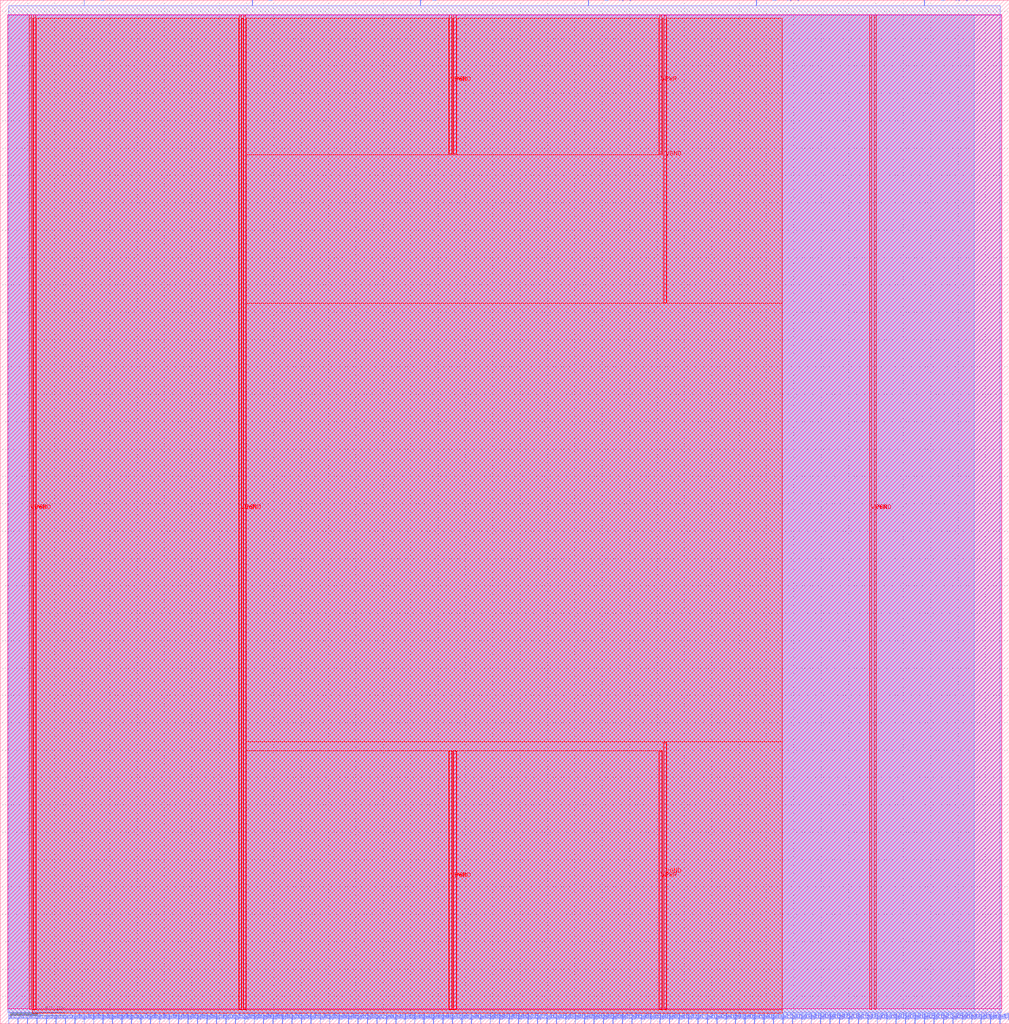
<source format=lef>
VERSION 5.7 ;
  NOWIREEXTENSIONATPIN ON ;
  DIVIDERCHAR "/" ;
  BUSBITCHARS "[]" ;
MACRO user_project
  CLASS BLOCK ;
  FOREIGN user_project ;
  ORIGIN 0.000 0.000 ;
  SIZE 737.445 BY 748.165 ;
  PIN VGND
    DIRECTION INOUT ;
    USE GROUND ;
    PORT
      LAYER met4 ;
        RECT 24.340 10.640 25.940 737.360 ;
    END
    PORT
      LAYER met4 ;
        RECT 177.940 10.640 179.540 737.360 ;
    END
    PORT
      LAYER met4 ;
        RECT 331.540 10.640 333.140 199.300 ;
    END
    PORT
      LAYER met4 ;
        RECT 331.540 635.700 333.140 737.360 ;
    END
    PORT
      LAYER met4 ;
        RECT 485.140 10.640 486.740 205.695 ;
    END
    PORT
      LAYER met4 ;
        RECT 485.140 526.825 486.740 737.360 ;
    END
    PORT
      LAYER met4 ;
        RECT 638.740 10.640 640.340 737.360 ;
    END
  END VGND
  PIN VPWR
    DIRECTION INOUT ;
    USE POWER ;
    PORT
      LAYER met4 ;
        RECT 21.040 10.640 22.640 737.360 ;
    END
    PORT
      LAYER met4 ;
        RECT 174.640 10.640 176.240 737.360 ;
    END
    PORT
      LAYER met4 ;
        RECT 328.240 10.640 329.840 199.300 ;
    END
    PORT
      LAYER met4 ;
        RECT 328.240 635.700 329.840 737.360 ;
    END
    PORT
      LAYER met4 ;
        RECT 481.840 10.640 483.440 199.300 ;
    END
    PORT
      LAYER met4 ;
        RECT 481.840 635.700 483.440 737.360 ;
    END
    PORT
      LAYER met4 ;
        RECT 635.440 10.640 637.040 737.360 ;
    END
  END VPWR
  PIN pwm_out
    DIRECTION OUTPUT ;
    USE SIGNAL ;
    ANTENNADIFFAREA 2.673000 ;
    PORT
      LAYER met2 ;
        RECT 306.910 744.165 307.190 748.165 ;
    END
  END pwm_out
  PIN uart_rx
    DIRECTION INPUT ;
    USE SIGNAL ;
    ANTENNAGATEAREA 0.647700 ;
    ANTENNADIFFAREA 0.434700 ;
    PORT
      LAYER met2 ;
        RECT 61.270 744.165 61.550 748.165 ;
    END
  END uart_rx
  PIN uart_tx
    DIRECTION OUTPUT ;
    USE SIGNAL ;
    ANTENNADIFFAREA 2.673000 ;
    PORT
      LAYER met2 ;
        RECT 184.090 744.165 184.370 748.165 ;
    END
  END uart_tx
  PIN user_irq[0]
    DIRECTION OUTPUT ;
    USE SIGNAL ;
    ANTENNADIFFAREA 2.673000 ;
    PORT
      LAYER met2 ;
        RECT 429.730 744.165 430.010 748.165 ;
    END
  END user_irq[0]
  PIN user_irq[1]
    DIRECTION OUTPUT ;
    USE SIGNAL ;
    ANTENNADIFFAREA 2.673000 ;
    PORT
      LAYER met2 ;
        RECT 552.550 744.165 552.830 748.165 ;
    END
  END user_irq[1]
  PIN user_irq[2]
    DIRECTION OUTPUT ;
    USE SIGNAL ;
    PORT
      LAYER met2 ;
        RECT 675.370 744.165 675.650 748.165 ;
    END
  END user_irq[2]
  PIN wb_clk_i
    DIRECTION INPUT ;
    USE SIGNAL ;
    ANTENNAGATEAREA 2.573400 ;
    ANTENNADIFFAREA 0.869400 ;
    PORT
      LAYER met2 ;
        RECT 6.070 0.000 6.350 4.000 ;
    END
  END wb_clk_i
  PIN wb_rst_i
    DIRECTION INPUT ;
    USE SIGNAL ;
    ANTENNAGATEAREA 0.682200 ;
    ANTENNADIFFAREA 0.434700 ;
    PORT
      LAYER met2 ;
        RECT 12.970 0.000 13.250 4.000 ;
    END
  END wb_rst_i
  PIN wbs_ack_o
    DIRECTION OUTPUT ;
    USE SIGNAL ;
    ANTENNADIFFAREA 2.673000 ;
    PORT
      LAYER met2 ;
        RECT 19.870 0.000 20.150 4.000 ;
    END
  END wbs_ack_o
  PIN wbs_adr_i[0]
    DIRECTION INPUT ;
    USE SIGNAL ;
    ANTENNAGATEAREA 0.560700 ;
    ANTENNADIFFAREA 0.434700 ;
    PORT
      LAYER met2 ;
        RECT 26.770 0.000 27.050 4.000 ;
    END
  END wbs_adr_i[0]
  PIN wbs_adr_i[10]
    DIRECTION INPUT ;
    USE SIGNAL ;
    ANTENNAGATEAREA 0.560700 ;
    ANTENNADIFFAREA 0.434700 ;
    PORT
      LAYER met2 ;
        RECT 95.770 0.000 96.050 4.000 ;
    END
  END wbs_adr_i[10]
  PIN wbs_adr_i[11]
    DIRECTION INPUT ;
    USE SIGNAL ;
    ANTENNAGATEAREA 0.560700 ;
    ANTENNADIFFAREA 0.434700 ;
    PORT
      LAYER met2 ;
        RECT 102.670 0.000 102.950 4.000 ;
    END
  END wbs_adr_i[11]
  PIN wbs_adr_i[12]
    DIRECTION INPUT ;
    USE SIGNAL ;
    ANTENNAGATEAREA 0.560700 ;
    ANTENNADIFFAREA 0.434700 ;
    PORT
      LAYER met2 ;
        RECT 109.570 0.000 109.850 4.000 ;
    END
  END wbs_adr_i[12]
  PIN wbs_adr_i[13]
    DIRECTION INPUT ;
    USE SIGNAL ;
    ANTENNAGATEAREA 0.560700 ;
    ANTENNADIFFAREA 0.434700 ;
    PORT
      LAYER met2 ;
        RECT 116.470 0.000 116.750 4.000 ;
    END
  END wbs_adr_i[13]
  PIN wbs_adr_i[14]
    DIRECTION INPUT ;
    USE SIGNAL ;
    ANTENNAGATEAREA 0.560700 ;
    ANTENNADIFFAREA 0.434700 ;
    PORT
      LAYER met2 ;
        RECT 123.370 0.000 123.650 4.000 ;
    END
  END wbs_adr_i[14]
  PIN wbs_adr_i[15]
    DIRECTION INPUT ;
    USE SIGNAL ;
    ANTENNAGATEAREA 0.560700 ;
    ANTENNADIFFAREA 0.434700 ;
    PORT
      LAYER met2 ;
        RECT 130.270 0.000 130.550 4.000 ;
    END
  END wbs_adr_i[15]
  PIN wbs_adr_i[16]
    DIRECTION INPUT ;
    USE SIGNAL ;
    ANTENNAGATEAREA 0.560700 ;
    ANTENNADIFFAREA 0.434700 ;
    PORT
      LAYER met2 ;
        RECT 137.170 0.000 137.450 4.000 ;
    END
  END wbs_adr_i[16]
  PIN wbs_adr_i[17]
    DIRECTION INPUT ;
    USE SIGNAL ;
    ANTENNAGATEAREA 0.560700 ;
    ANTENNADIFFAREA 0.434700 ;
    PORT
      LAYER met2 ;
        RECT 144.070 0.000 144.350 4.000 ;
    END
  END wbs_adr_i[17]
  PIN wbs_adr_i[18]
    DIRECTION INPUT ;
    USE SIGNAL ;
    ANTENNAGATEAREA 0.560700 ;
    ANTENNADIFFAREA 0.434700 ;
    PORT
      LAYER met2 ;
        RECT 150.970 0.000 151.250 4.000 ;
    END
  END wbs_adr_i[18]
  PIN wbs_adr_i[19]
    DIRECTION INPUT ;
    USE SIGNAL ;
    ANTENNAGATEAREA 0.682200 ;
    ANTENNADIFFAREA 0.434700 ;
    PORT
      LAYER met2 ;
        RECT 157.870 0.000 158.150 4.000 ;
    END
  END wbs_adr_i[19]
  PIN wbs_adr_i[1]
    DIRECTION INPUT ;
    USE SIGNAL ;
    ANTENNAGATEAREA 0.560700 ;
    ANTENNADIFFAREA 0.434700 ;
    PORT
      LAYER met2 ;
        RECT 33.670 0.000 33.950 4.000 ;
    END
  END wbs_adr_i[1]
  PIN wbs_adr_i[20]
    DIRECTION INPUT ;
    USE SIGNAL ;
    ANTENNAGATEAREA 0.647700 ;
    ANTENNADIFFAREA 0.434700 ;
    PORT
      LAYER met2 ;
        RECT 164.770 0.000 165.050 4.000 ;
    END
  END wbs_adr_i[20]
  PIN wbs_adr_i[21]
    DIRECTION INPUT ;
    USE SIGNAL ;
    ANTENNAGATEAREA 0.647700 ;
    ANTENNADIFFAREA 0.434700 ;
    PORT
      LAYER met2 ;
        RECT 171.670 0.000 171.950 4.000 ;
    END
  END wbs_adr_i[21]
  PIN wbs_adr_i[22]
    DIRECTION INPUT ;
    USE SIGNAL ;
    ANTENNAGATEAREA 0.647700 ;
    ANTENNADIFFAREA 0.434700 ;
    PORT
      LAYER met2 ;
        RECT 178.570 0.000 178.850 4.000 ;
    END
  END wbs_adr_i[22]
  PIN wbs_adr_i[23]
    DIRECTION INPUT ;
    USE SIGNAL ;
    ANTENNAGATEAREA 0.647700 ;
    ANTENNADIFFAREA 0.434700 ;
    PORT
      LAYER met2 ;
        RECT 185.470 0.000 185.750 4.000 ;
    END
  END wbs_adr_i[23]
  PIN wbs_adr_i[24]
    DIRECTION INPUT ;
    USE SIGNAL ;
    ANTENNAGATEAREA 0.647700 ;
    ANTENNADIFFAREA 0.434700 ;
    PORT
      LAYER met2 ;
        RECT 192.370 0.000 192.650 4.000 ;
    END
  END wbs_adr_i[24]
  PIN wbs_adr_i[25]
    DIRECTION INPUT ;
    USE SIGNAL ;
    ANTENNAGATEAREA 0.647700 ;
    ANTENNADIFFAREA 0.434700 ;
    PORT
      LAYER met2 ;
        RECT 199.270 0.000 199.550 4.000 ;
    END
  END wbs_adr_i[25]
  PIN wbs_adr_i[26]
    DIRECTION INPUT ;
    USE SIGNAL ;
    ANTENNAGATEAREA 0.647700 ;
    ANTENNADIFFAREA 0.434700 ;
    PORT
      LAYER met2 ;
        RECT 206.170 0.000 206.450 4.000 ;
    END
  END wbs_adr_i[26]
  PIN wbs_adr_i[27]
    DIRECTION INPUT ;
    USE SIGNAL ;
    ANTENNAGATEAREA 0.647700 ;
    ANTENNADIFFAREA 0.434700 ;
    PORT
      LAYER met2 ;
        RECT 213.070 0.000 213.350 4.000 ;
    END
  END wbs_adr_i[27]
  PIN wbs_adr_i[28]
    DIRECTION INPUT ;
    USE SIGNAL ;
    ANTENNAGATEAREA 0.647700 ;
    ANTENNADIFFAREA 0.434700 ;
    PORT
      LAYER met2 ;
        RECT 219.970 0.000 220.250 4.000 ;
    END
  END wbs_adr_i[28]
  PIN wbs_adr_i[29]
    DIRECTION INPUT ;
    USE SIGNAL ;
    ANTENNAGATEAREA 0.647700 ;
    ANTENNADIFFAREA 0.434700 ;
    PORT
      LAYER met2 ;
        RECT 226.870 0.000 227.150 4.000 ;
    END
  END wbs_adr_i[29]
  PIN wbs_adr_i[2]
    DIRECTION INPUT ;
    USE SIGNAL ;
    ANTENNAGATEAREA 0.560700 ;
    ANTENNADIFFAREA 0.434700 ;
    PORT
      LAYER met2 ;
        RECT 40.570 0.000 40.850 4.000 ;
    END
  END wbs_adr_i[2]
  PIN wbs_adr_i[30]
    DIRECTION INPUT ;
    USE SIGNAL ;
    ANTENNAGATEAREA 0.647700 ;
    ANTENNADIFFAREA 0.434700 ;
    PORT
      LAYER met2 ;
        RECT 233.770 0.000 234.050 4.000 ;
    END
  END wbs_adr_i[30]
  PIN wbs_adr_i[31]
    DIRECTION INPUT ;
    USE SIGNAL ;
    ANTENNAGATEAREA 0.647700 ;
    ANTENNADIFFAREA 0.434700 ;
    PORT
      LAYER met2 ;
        RECT 240.670 0.000 240.950 4.000 ;
    END
  END wbs_adr_i[31]
  PIN wbs_adr_i[3]
    DIRECTION INPUT ;
    USE SIGNAL ;
    ANTENNAGATEAREA 0.560700 ;
    ANTENNADIFFAREA 0.434700 ;
    PORT
      LAYER met2 ;
        RECT 47.470 0.000 47.750 4.000 ;
    END
  END wbs_adr_i[3]
  PIN wbs_adr_i[4]
    DIRECTION INPUT ;
    USE SIGNAL ;
    ANTENNAGATEAREA 0.560700 ;
    ANTENNADIFFAREA 0.434700 ;
    PORT
      LAYER met2 ;
        RECT 54.370 0.000 54.650 4.000 ;
    END
  END wbs_adr_i[4]
  PIN wbs_adr_i[5]
    DIRECTION INPUT ;
    USE SIGNAL ;
    ANTENNAGATEAREA 0.560700 ;
    ANTENNADIFFAREA 0.434700 ;
    PORT
      LAYER met2 ;
        RECT 61.270 0.000 61.550 4.000 ;
    END
  END wbs_adr_i[5]
  PIN wbs_adr_i[6]
    DIRECTION INPUT ;
    USE SIGNAL ;
    ANTENNAGATEAREA 0.560700 ;
    ANTENNADIFFAREA 0.434700 ;
    PORT
      LAYER met2 ;
        RECT 68.170 0.000 68.450 4.000 ;
    END
  END wbs_adr_i[6]
  PIN wbs_adr_i[7]
    DIRECTION INPUT ;
    USE SIGNAL ;
    ANTENNAGATEAREA 0.560700 ;
    ANTENNADIFFAREA 0.434700 ;
    PORT
      LAYER met2 ;
        RECT 75.070 0.000 75.350 4.000 ;
    END
  END wbs_adr_i[7]
  PIN wbs_adr_i[8]
    DIRECTION INPUT ;
    USE SIGNAL ;
    ANTENNAGATEAREA 0.560700 ;
    ANTENNADIFFAREA 0.434700 ;
    PORT
      LAYER met2 ;
        RECT 81.970 0.000 82.250 4.000 ;
    END
  END wbs_adr_i[8]
  PIN wbs_adr_i[9]
    DIRECTION INPUT ;
    USE SIGNAL ;
    ANTENNAGATEAREA 0.560700 ;
    ANTENNADIFFAREA 0.434700 ;
    PORT
      LAYER met2 ;
        RECT 88.870 0.000 89.150 4.000 ;
    END
  END wbs_adr_i[9]
  PIN wbs_cyc_i
    DIRECTION INPUT ;
    USE SIGNAL ;
    ANTENNAGATEAREA 0.560700 ;
    ANTENNADIFFAREA 0.434700 ;
    PORT
      LAYER met2 ;
        RECT 247.570 0.000 247.850 4.000 ;
    END
  END wbs_cyc_i
  PIN wbs_dat_i[0]
    DIRECTION INPUT ;
    USE SIGNAL ;
    ANTENNAGATEAREA 0.560700 ;
    ANTENNADIFFAREA 0.434700 ;
    PORT
      LAYER met2 ;
        RECT 254.470 0.000 254.750 4.000 ;
    END
  END wbs_dat_i[0]
  PIN wbs_dat_i[10]
    DIRECTION INPUT ;
    USE SIGNAL ;
    ANTENNAGATEAREA 0.560700 ;
    ANTENNADIFFAREA 0.434700 ;
    PORT
      LAYER met2 ;
        RECT 323.470 0.000 323.750 4.000 ;
    END
  END wbs_dat_i[10]
  PIN wbs_dat_i[11]
    DIRECTION INPUT ;
    USE SIGNAL ;
    ANTENNAGATEAREA 0.560700 ;
    ANTENNADIFFAREA 0.434700 ;
    PORT
      LAYER met2 ;
        RECT 330.370 0.000 330.650 4.000 ;
    END
  END wbs_dat_i[11]
  PIN wbs_dat_i[12]
    DIRECTION INPUT ;
    USE SIGNAL ;
    ANTENNAGATEAREA 0.560700 ;
    ANTENNADIFFAREA 0.434700 ;
    PORT
      LAYER met2 ;
        RECT 337.270 0.000 337.550 4.000 ;
    END
  END wbs_dat_i[12]
  PIN wbs_dat_i[13]
    DIRECTION INPUT ;
    USE SIGNAL ;
    ANTENNAGATEAREA 0.560700 ;
    ANTENNADIFFAREA 0.434700 ;
    PORT
      LAYER met2 ;
        RECT 344.170 0.000 344.450 4.000 ;
    END
  END wbs_dat_i[13]
  PIN wbs_dat_i[14]
    DIRECTION INPUT ;
    USE SIGNAL ;
    ANTENNAGATEAREA 0.560700 ;
    ANTENNADIFFAREA 0.434700 ;
    PORT
      LAYER met2 ;
        RECT 351.070 0.000 351.350 4.000 ;
    END
  END wbs_dat_i[14]
  PIN wbs_dat_i[15]
    DIRECTION INPUT ;
    USE SIGNAL ;
    ANTENNAGATEAREA 0.560700 ;
    ANTENNADIFFAREA 0.434700 ;
    PORT
      LAYER met2 ;
        RECT 357.970 0.000 358.250 4.000 ;
    END
  END wbs_dat_i[15]
  PIN wbs_dat_i[16]
    DIRECTION INPUT ;
    USE SIGNAL ;
    ANTENNAGATEAREA 0.560700 ;
    ANTENNADIFFAREA 0.434700 ;
    PORT
      LAYER met2 ;
        RECT 364.870 0.000 365.150 4.000 ;
    END
  END wbs_dat_i[16]
  PIN wbs_dat_i[17]
    DIRECTION INPUT ;
    USE SIGNAL ;
    ANTENNAGATEAREA 0.560700 ;
    ANTENNADIFFAREA 0.434700 ;
    PORT
      LAYER met2 ;
        RECT 371.770 0.000 372.050 4.000 ;
    END
  END wbs_dat_i[17]
  PIN wbs_dat_i[18]
    DIRECTION INPUT ;
    USE SIGNAL ;
    ANTENNAGATEAREA 0.560700 ;
    ANTENNADIFFAREA 0.434700 ;
    PORT
      LAYER met2 ;
        RECT 378.670 0.000 378.950 4.000 ;
    END
  END wbs_dat_i[18]
  PIN wbs_dat_i[19]
    DIRECTION INPUT ;
    USE SIGNAL ;
    ANTENNAGATEAREA 0.560700 ;
    ANTENNADIFFAREA 0.434700 ;
    PORT
      LAYER met2 ;
        RECT 385.570 0.000 385.850 4.000 ;
    END
  END wbs_dat_i[19]
  PIN wbs_dat_i[1]
    DIRECTION INPUT ;
    USE SIGNAL ;
    ANTENNAGATEAREA 0.560700 ;
    ANTENNADIFFAREA 0.434700 ;
    PORT
      LAYER met2 ;
        RECT 261.370 0.000 261.650 4.000 ;
    END
  END wbs_dat_i[1]
  PIN wbs_dat_i[20]
    DIRECTION INPUT ;
    USE SIGNAL ;
    ANTENNAGATEAREA 0.560700 ;
    ANTENNADIFFAREA 0.434700 ;
    PORT
      LAYER met2 ;
        RECT 392.470 0.000 392.750 4.000 ;
    END
  END wbs_dat_i[20]
  PIN wbs_dat_i[21]
    DIRECTION INPUT ;
    USE SIGNAL ;
    ANTENNAGATEAREA 0.560700 ;
    ANTENNADIFFAREA 0.434700 ;
    PORT
      LAYER met2 ;
        RECT 399.370 0.000 399.650 4.000 ;
    END
  END wbs_dat_i[21]
  PIN wbs_dat_i[22]
    DIRECTION INPUT ;
    USE SIGNAL ;
    ANTENNAGATEAREA 0.560700 ;
    ANTENNADIFFAREA 0.434700 ;
    PORT
      LAYER met2 ;
        RECT 406.270 0.000 406.550 4.000 ;
    END
  END wbs_dat_i[22]
  PIN wbs_dat_i[23]
    DIRECTION INPUT ;
    USE SIGNAL ;
    ANTENNAGATEAREA 0.560700 ;
    ANTENNADIFFAREA 0.434700 ;
    PORT
      LAYER met2 ;
        RECT 413.170 0.000 413.450 4.000 ;
    END
  END wbs_dat_i[23]
  PIN wbs_dat_i[24]
    DIRECTION INPUT ;
    USE SIGNAL ;
    ANTENNAGATEAREA 0.560700 ;
    ANTENNADIFFAREA 0.434700 ;
    PORT
      LAYER met2 ;
        RECT 420.070 0.000 420.350 4.000 ;
    END
  END wbs_dat_i[24]
  PIN wbs_dat_i[25]
    DIRECTION INPUT ;
    USE SIGNAL ;
    ANTENNAGATEAREA 0.560700 ;
    ANTENNADIFFAREA 0.434700 ;
    PORT
      LAYER met2 ;
        RECT 426.970 0.000 427.250 4.000 ;
    END
  END wbs_dat_i[25]
  PIN wbs_dat_i[26]
    DIRECTION INPUT ;
    USE SIGNAL ;
    ANTENNAGATEAREA 0.560700 ;
    ANTENNADIFFAREA 0.434700 ;
    PORT
      LAYER met2 ;
        RECT 433.870 0.000 434.150 4.000 ;
    END
  END wbs_dat_i[26]
  PIN wbs_dat_i[27]
    DIRECTION INPUT ;
    USE SIGNAL ;
    ANTENNAGATEAREA 0.560700 ;
    ANTENNADIFFAREA 0.434700 ;
    PORT
      LAYER met2 ;
        RECT 440.770 0.000 441.050 4.000 ;
    END
  END wbs_dat_i[27]
  PIN wbs_dat_i[28]
    DIRECTION INPUT ;
    USE SIGNAL ;
    ANTENNAGATEAREA 0.560700 ;
    ANTENNADIFFAREA 0.434700 ;
    PORT
      LAYER met2 ;
        RECT 447.670 0.000 447.950 4.000 ;
    END
  END wbs_dat_i[28]
  PIN wbs_dat_i[29]
    DIRECTION INPUT ;
    USE SIGNAL ;
    ANTENNAGATEAREA 0.560700 ;
    ANTENNADIFFAREA 0.434700 ;
    PORT
      LAYER met2 ;
        RECT 454.570 0.000 454.850 4.000 ;
    END
  END wbs_dat_i[29]
  PIN wbs_dat_i[2]
    DIRECTION INPUT ;
    USE SIGNAL ;
    ANTENNAGATEAREA 0.560700 ;
    ANTENNADIFFAREA 0.434700 ;
    PORT
      LAYER met2 ;
        RECT 268.270 0.000 268.550 4.000 ;
    END
  END wbs_dat_i[2]
  PIN wbs_dat_i[30]
    DIRECTION INPUT ;
    USE SIGNAL ;
    ANTENNAGATEAREA 0.560700 ;
    ANTENNADIFFAREA 0.434700 ;
    PORT
      LAYER met2 ;
        RECT 461.470 0.000 461.750 4.000 ;
    END
  END wbs_dat_i[30]
  PIN wbs_dat_i[31]
    DIRECTION INPUT ;
    USE SIGNAL ;
    ANTENNAGATEAREA 0.560700 ;
    ANTENNADIFFAREA 0.434700 ;
    PORT
      LAYER met2 ;
        RECT 468.370 0.000 468.650 4.000 ;
    END
  END wbs_dat_i[31]
  PIN wbs_dat_i[3]
    DIRECTION INPUT ;
    USE SIGNAL ;
    ANTENNAGATEAREA 0.560700 ;
    ANTENNADIFFAREA 0.434700 ;
    PORT
      LAYER met2 ;
        RECT 275.170 0.000 275.450 4.000 ;
    END
  END wbs_dat_i[3]
  PIN wbs_dat_i[4]
    DIRECTION INPUT ;
    USE SIGNAL ;
    ANTENNAGATEAREA 0.560700 ;
    ANTENNADIFFAREA 0.434700 ;
    PORT
      LAYER met2 ;
        RECT 282.070 0.000 282.350 4.000 ;
    END
  END wbs_dat_i[4]
  PIN wbs_dat_i[5]
    DIRECTION INPUT ;
    USE SIGNAL ;
    ANTENNAGATEAREA 0.560700 ;
    ANTENNADIFFAREA 0.434700 ;
    PORT
      LAYER met2 ;
        RECT 288.970 0.000 289.250 4.000 ;
    END
  END wbs_dat_i[5]
  PIN wbs_dat_i[6]
    DIRECTION INPUT ;
    USE SIGNAL ;
    ANTENNAGATEAREA 0.560700 ;
    ANTENNADIFFAREA 0.434700 ;
    PORT
      LAYER met2 ;
        RECT 295.870 0.000 296.150 4.000 ;
    END
  END wbs_dat_i[6]
  PIN wbs_dat_i[7]
    DIRECTION INPUT ;
    USE SIGNAL ;
    ANTENNAGATEAREA 0.560700 ;
    ANTENNADIFFAREA 0.434700 ;
    PORT
      LAYER met2 ;
        RECT 302.770 0.000 303.050 4.000 ;
    END
  END wbs_dat_i[7]
  PIN wbs_dat_i[8]
    DIRECTION INPUT ;
    USE SIGNAL ;
    ANTENNAGATEAREA 0.560700 ;
    ANTENNADIFFAREA 0.434700 ;
    PORT
      LAYER met2 ;
        RECT 309.670 0.000 309.950 4.000 ;
    END
  END wbs_dat_i[8]
  PIN wbs_dat_i[9]
    DIRECTION INPUT ;
    USE SIGNAL ;
    ANTENNAGATEAREA 0.560700 ;
    ANTENNADIFFAREA 0.434700 ;
    PORT
      LAYER met2 ;
        RECT 316.570 0.000 316.850 4.000 ;
    END
  END wbs_dat_i[9]
  PIN wbs_dat_o[0]
    DIRECTION OUTPUT ;
    USE SIGNAL ;
    ANTENNADIFFAREA 2.673000 ;
    PORT
      LAYER met2 ;
        RECT 475.270 0.000 475.550 4.000 ;
    END
  END wbs_dat_o[0]
  PIN wbs_dat_o[10]
    DIRECTION OUTPUT ;
    USE SIGNAL ;
    ANTENNADIFFAREA 2.673000 ;
    PORT
      LAYER met2 ;
        RECT 544.270 0.000 544.550 4.000 ;
    END
  END wbs_dat_o[10]
  PIN wbs_dat_o[11]
    DIRECTION OUTPUT ;
    USE SIGNAL ;
    ANTENNADIFFAREA 2.673000 ;
    PORT
      LAYER met2 ;
        RECT 551.170 0.000 551.450 4.000 ;
    END
  END wbs_dat_o[11]
  PIN wbs_dat_o[12]
    DIRECTION OUTPUT ;
    USE SIGNAL ;
    ANTENNADIFFAREA 2.673000 ;
    PORT
      LAYER met2 ;
        RECT 558.070 0.000 558.350 4.000 ;
    END
  END wbs_dat_o[12]
  PIN wbs_dat_o[13]
    DIRECTION OUTPUT ;
    USE SIGNAL ;
    ANTENNADIFFAREA 2.673000 ;
    PORT
      LAYER met2 ;
        RECT 564.970 0.000 565.250 4.000 ;
    END
  END wbs_dat_o[13]
  PIN wbs_dat_o[14]
    DIRECTION OUTPUT ;
    USE SIGNAL ;
    ANTENNADIFFAREA 2.673000 ;
    PORT
      LAYER met2 ;
        RECT 571.870 0.000 572.150 4.000 ;
    END
  END wbs_dat_o[14]
  PIN wbs_dat_o[15]
    DIRECTION OUTPUT ;
    USE SIGNAL ;
    ANTENNADIFFAREA 2.673000 ;
    PORT
      LAYER met2 ;
        RECT 578.770 0.000 579.050 4.000 ;
    END
  END wbs_dat_o[15]
  PIN wbs_dat_o[16]
    DIRECTION OUTPUT ;
    USE SIGNAL ;
    ANTENNADIFFAREA 2.673000 ;
    PORT
      LAYER met2 ;
        RECT 585.670 0.000 585.950 4.000 ;
    END
  END wbs_dat_o[16]
  PIN wbs_dat_o[17]
    DIRECTION OUTPUT ;
    USE SIGNAL ;
    ANTENNADIFFAREA 2.673000 ;
    PORT
      LAYER met2 ;
        RECT 592.570 0.000 592.850 4.000 ;
    END
  END wbs_dat_o[17]
  PIN wbs_dat_o[18]
    DIRECTION OUTPUT ;
    USE SIGNAL ;
    ANTENNADIFFAREA 2.673000 ;
    PORT
      LAYER met2 ;
        RECT 599.470 0.000 599.750 4.000 ;
    END
  END wbs_dat_o[18]
  PIN wbs_dat_o[19]
    DIRECTION OUTPUT ;
    USE SIGNAL ;
    ANTENNADIFFAREA 2.673000 ;
    PORT
      LAYER met2 ;
        RECT 606.370 0.000 606.650 4.000 ;
    END
  END wbs_dat_o[19]
  PIN wbs_dat_o[1]
    DIRECTION OUTPUT ;
    USE SIGNAL ;
    ANTENNADIFFAREA 2.673000 ;
    PORT
      LAYER met2 ;
        RECT 482.170 0.000 482.450 4.000 ;
    END
  END wbs_dat_o[1]
  PIN wbs_dat_o[20]
    DIRECTION OUTPUT ;
    USE SIGNAL ;
    ANTENNADIFFAREA 2.673000 ;
    PORT
      LAYER met2 ;
        RECT 613.270 0.000 613.550 4.000 ;
    END
  END wbs_dat_o[20]
  PIN wbs_dat_o[21]
    DIRECTION OUTPUT ;
    USE SIGNAL ;
    ANTENNADIFFAREA 2.673000 ;
    PORT
      LAYER met2 ;
        RECT 620.170 0.000 620.450 4.000 ;
    END
  END wbs_dat_o[21]
  PIN wbs_dat_o[22]
    DIRECTION OUTPUT ;
    USE SIGNAL ;
    ANTENNADIFFAREA 2.673000 ;
    PORT
      LAYER met2 ;
        RECT 627.070 0.000 627.350 4.000 ;
    END
  END wbs_dat_o[22]
  PIN wbs_dat_o[23]
    DIRECTION OUTPUT ;
    USE SIGNAL ;
    ANTENNADIFFAREA 2.673000 ;
    PORT
      LAYER met2 ;
        RECT 633.970 0.000 634.250 4.000 ;
    END
  END wbs_dat_o[23]
  PIN wbs_dat_o[24]
    DIRECTION OUTPUT ;
    USE SIGNAL ;
    ANTENNADIFFAREA 2.673000 ;
    PORT
      LAYER met2 ;
        RECT 640.870 0.000 641.150 4.000 ;
    END
  END wbs_dat_o[24]
  PIN wbs_dat_o[25]
    DIRECTION OUTPUT ;
    USE SIGNAL ;
    ANTENNADIFFAREA 2.673000 ;
    PORT
      LAYER met2 ;
        RECT 647.770 0.000 648.050 4.000 ;
    END
  END wbs_dat_o[25]
  PIN wbs_dat_o[26]
    DIRECTION OUTPUT ;
    USE SIGNAL ;
    ANTENNADIFFAREA 2.673000 ;
    PORT
      LAYER met2 ;
        RECT 654.670 0.000 654.950 4.000 ;
    END
  END wbs_dat_o[26]
  PIN wbs_dat_o[27]
    DIRECTION OUTPUT ;
    USE SIGNAL ;
    ANTENNADIFFAREA 2.673000 ;
    PORT
      LAYER met2 ;
        RECT 661.570 0.000 661.850 4.000 ;
    END
  END wbs_dat_o[27]
  PIN wbs_dat_o[28]
    DIRECTION OUTPUT ;
    USE SIGNAL ;
    ANTENNADIFFAREA 2.673000 ;
    PORT
      LAYER met2 ;
        RECT 668.470 0.000 668.750 4.000 ;
    END
  END wbs_dat_o[28]
  PIN wbs_dat_o[29]
    DIRECTION OUTPUT ;
    USE SIGNAL ;
    ANTENNADIFFAREA 2.673000 ;
    PORT
      LAYER met2 ;
        RECT 675.370 0.000 675.650 4.000 ;
    END
  END wbs_dat_o[29]
  PIN wbs_dat_o[2]
    DIRECTION OUTPUT ;
    USE SIGNAL ;
    ANTENNADIFFAREA 2.673000 ;
    PORT
      LAYER met2 ;
        RECT 489.070 0.000 489.350 4.000 ;
    END
  END wbs_dat_o[2]
  PIN wbs_dat_o[30]
    DIRECTION OUTPUT ;
    USE SIGNAL ;
    ANTENNADIFFAREA 2.673000 ;
    PORT
      LAYER met2 ;
        RECT 682.270 0.000 682.550 4.000 ;
    END
  END wbs_dat_o[30]
  PIN wbs_dat_o[31]
    DIRECTION OUTPUT ;
    USE SIGNAL ;
    ANTENNADIFFAREA 2.673000 ;
    PORT
      LAYER met2 ;
        RECT 689.170 0.000 689.450 4.000 ;
    END
  END wbs_dat_o[31]
  PIN wbs_dat_o[3]
    DIRECTION OUTPUT ;
    USE SIGNAL ;
    ANTENNADIFFAREA 2.673000 ;
    PORT
      LAYER met2 ;
        RECT 495.970 0.000 496.250 4.000 ;
    END
  END wbs_dat_o[3]
  PIN wbs_dat_o[4]
    DIRECTION OUTPUT ;
    USE SIGNAL ;
    ANTENNADIFFAREA 2.673000 ;
    PORT
      LAYER met2 ;
        RECT 502.870 0.000 503.150 4.000 ;
    END
  END wbs_dat_o[4]
  PIN wbs_dat_o[5]
    DIRECTION OUTPUT ;
    USE SIGNAL ;
    ANTENNADIFFAREA 2.673000 ;
    PORT
      LAYER met2 ;
        RECT 509.770 0.000 510.050 4.000 ;
    END
  END wbs_dat_o[5]
  PIN wbs_dat_o[6]
    DIRECTION OUTPUT ;
    USE SIGNAL ;
    ANTENNADIFFAREA 2.673000 ;
    PORT
      LAYER met2 ;
        RECT 516.670 0.000 516.950 4.000 ;
    END
  END wbs_dat_o[6]
  PIN wbs_dat_o[7]
    DIRECTION OUTPUT ;
    USE SIGNAL ;
    ANTENNADIFFAREA 2.673000 ;
    PORT
      LAYER met2 ;
        RECT 523.570 0.000 523.850 4.000 ;
    END
  END wbs_dat_o[7]
  PIN wbs_dat_o[8]
    DIRECTION OUTPUT ;
    USE SIGNAL ;
    ANTENNADIFFAREA 2.673000 ;
    PORT
      LAYER met2 ;
        RECT 530.470 0.000 530.750 4.000 ;
    END
  END wbs_dat_o[8]
  PIN wbs_dat_o[9]
    DIRECTION OUTPUT ;
    USE SIGNAL ;
    ANTENNADIFFAREA 2.673000 ;
    PORT
      LAYER met2 ;
        RECT 537.370 0.000 537.650 4.000 ;
    END
  END wbs_dat_o[9]
  PIN wbs_sel_i[0]
    DIRECTION INPUT ;
    USE SIGNAL ;
    ANTENNAGATEAREA 0.560700 ;
    ANTENNADIFFAREA 0.434700 ;
    PORT
      LAYER met2 ;
        RECT 696.070 0.000 696.350 4.000 ;
    END
  END wbs_sel_i[0]
  PIN wbs_sel_i[1]
    DIRECTION INPUT ;
    USE SIGNAL ;
    ANTENNAGATEAREA 0.560700 ;
    ANTENNADIFFAREA 0.434700 ;
    PORT
      LAYER met2 ;
        RECT 702.970 0.000 703.250 4.000 ;
    END
  END wbs_sel_i[1]
  PIN wbs_sel_i[2]
    DIRECTION INPUT ;
    USE SIGNAL ;
    ANTENNAGATEAREA 0.682200 ;
    ANTENNADIFFAREA 0.434700 ;
    PORT
      LAYER met2 ;
        RECT 709.870 0.000 710.150 4.000 ;
    END
  END wbs_sel_i[2]
  PIN wbs_sel_i[3]
    DIRECTION INPUT ;
    USE SIGNAL ;
    ANTENNAGATEAREA 0.682200 ;
    ANTENNADIFFAREA 0.434700 ;
    PORT
      LAYER met2 ;
        RECT 716.770 0.000 717.050 4.000 ;
    END
  END wbs_sel_i[3]
  PIN wbs_stb_i
    DIRECTION INPUT ;
    USE SIGNAL ;
    ANTENNAGATEAREA 0.860700 ;
    ANTENNADIFFAREA 0.434700 ;
    PORT
      LAYER met2 ;
        RECT 723.670 0.000 723.950 4.000 ;
    END
  END wbs_stb_i
  PIN wbs_we_i
    DIRECTION INPUT ;
    USE SIGNAL ;
    ANTENNAGATEAREA 0.560700 ;
    ANTENNADIFFAREA 0.434700 ;
    PORT
      LAYER met2 ;
        RECT 730.570 0.000 730.850 4.000 ;
    END
  END wbs_we_i
  OBS
      LAYER nwell ;
        RECT 5.330 10.795 732.050 737.310 ;
      LAYER li1 ;
        RECT 5.520 10.795 731.860 737.205 ;
      LAYER met1 ;
        RECT 5.520 8.540 731.860 737.360 ;
      LAYER met2 ;
        RECT 6.070 743.885 60.990 744.165 ;
        RECT 61.830 743.885 183.810 744.165 ;
        RECT 184.650 743.885 306.630 744.165 ;
        RECT 307.470 743.885 429.450 744.165 ;
        RECT 430.290 743.885 552.270 744.165 ;
        RECT 553.110 743.885 675.090 744.165 ;
        RECT 675.930 743.885 730.840 744.165 ;
        RECT 6.070 4.280 730.840 743.885 ;
        RECT 6.630 3.670 12.690 4.280 ;
        RECT 13.530 3.670 19.590 4.280 ;
        RECT 20.430 3.670 26.490 4.280 ;
        RECT 27.330 3.670 33.390 4.280 ;
        RECT 34.230 3.670 40.290 4.280 ;
        RECT 41.130 3.670 47.190 4.280 ;
        RECT 48.030 3.670 54.090 4.280 ;
        RECT 54.930 3.670 60.990 4.280 ;
        RECT 61.830 3.670 67.890 4.280 ;
        RECT 68.730 3.670 74.790 4.280 ;
        RECT 75.630 3.670 81.690 4.280 ;
        RECT 82.530 3.670 88.590 4.280 ;
        RECT 89.430 3.670 95.490 4.280 ;
        RECT 96.330 3.670 102.390 4.280 ;
        RECT 103.230 3.670 109.290 4.280 ;
        RECT 110.130 3.670 116.190 4.280 ;
        RECT 117.030 3.670 123.090 4.280 ;
        RECT 123.930 3.670 129.990 4.280 ;
        RECT 130.830 3.670 136.890 4.280 ;
        RECT 137.730 3.670 143.790 4.280 ;
        RECT 144.630 3.670 150.690 4.280 ;
        RECT 151.530 3.670 157.590 4.280 ;
        RECT 158.430 3.670 164.490 4.280 ;
        RECT 165.330 3.670 171.390 4.280 ;
        RECT 172.230 3.670 178.290 4.280 ;
        RECT 179.130 3.670 185.190 4.280 ;
        RECT 186.030 3.670 192.090 4.280 ;
        RECT 192.930 3.670 198.990 4.280 ;
        RECT 199.830 3.670 205.890 4.280 ;
        RECT 206.730 3.670 212.790 4.280 ;
        RECT 213.630 3.670 219.690 4.280 ;
        RECT 220.530 3.670 226.590 4.280 ;
        RECT 227.430 3.670 233.490 4.280 ;
        RECT 234.330 3.670 240.390 4.280 ;
        RECT 241.230 3.670 247.290 4.280 ;
        RECT 248.130 3.670 254.190 4.280 ;
        RECT 255.030 3.670 261.090 4.280 ;
        RECT 261.930 3.670 267.990 4.280 ;
        RECT 268.830 3.670 274.890 4.280 ;
        RECT 275.730 3.670 281.790 4.280 ;
        RECT 282.630 3.670 288.690 4.280 ;
        RECT 289.530 3.670 295.590 4.280 ;
        RECT 296.430 3.670 302.490 4.280 ;
        RECT 303.330 3.670 309.390 4.280 ;
        RECT 310.230 3.670 316.290 4.280 ;
        RECT 317.130 3.670 323.190 4.280 ;
        RECT 324.030 3.670 330.090 4.280 ;
        RECT 330.930 3.670 336.990 4.280 ;
        RECT 337.830 3.670 343.890 4.280 ;
        RECT 344.730 3.670 350.790 4.280 ;
        RECT 351.630 3.670 357.690 4.280 ;
        RECT 358.530 3.670 364.590 4.280 ;
        RECT 365.430 3.670 371.490 4.280 ;
        RECT 372.330 3.670 378.390 4.280 ;
        RECT 379.230 3.670 385.290 4.280 ;
        RECT 386.130 3.670 392.190 4.280 ;
        RECT 393.030 3.670 399.090 4.280 ;
        RECT 399.930 3.670 405.990 4.280 ;
        RECT 406.830 3.670 412.890 4.280 ;
        RECT 413.730 3.670 419.790 4.280 ;
        RECT 420.630 3.670 426.690 4.280 ;
        RECT 427.530 3.670 433.590 4.280 ;
        RECT 434.430 3.670 440.490 4.280 ;
        RECT 441.330 3.670 447.390 4.280 ;
        RECT 448.230 3.670 454.290 4.280 ;
        RECT 455.130 3.670 461.190 4.280 ;
        RECT 462.030 3.670 468.090 4.280 ;
        RECT 468.930 3.670 474.990 4.280 ;
        RECT 475.830 3.670 481.890 4.280 ;
        RECT 482.730 3.670 488.790 4.280 ;
        RECT 489.630 3.670 495.690 4.280 ;
        RECT 496.530 3.670 502.590 4.280 ;
        RECT 503.430 3.670 509.490 4.280 ;
        RECT 510.330 3.670 516.390 4.280 ;
        RECT 517.230 3.670 523.290 4.280 ;
        RECT 524.130 3.670 530.190 4.280 ;
        RECT 531.030 3.670 537.090 4.280 ;
        RECT 537.930 3.670 543.990 4.280 ;
        RECT 544.830 3.670 550.890 4.280 ;
        RECT 551.730 3.670 557.790 4.280 ;
        RECT 558.630 3.670 564.690 4.280 ;
        RECT 565.530 3.670 571.590 4.280 ;
        RECT 572.430 3.670 578.490 4.280 ;
        RECT 579.330 3.670 585.390 4.280 ;
        RECT 586.230 3.670 592.290 4.280 ;
        RECT 593.130 3.670 599.190 4.280 ;
        RECT 600.030 3.670 606.090 4.280 ;
        RECT 606.930 3.670 612.990 4.280 ;
        RECT 613.830 3.670 619.890 4.280 ;
        RECT 620.730 3.670 626.790 4.280 ;
        RECT 627.630 3.670 633.690 4.280 ;
        RECT 634.530 3.670 640.590 4.280 ;
        RECT 641.430 3.670 647.490 4.280 ;
        RECT 648.330 3.670 654.390 4.280 ;
        RECT 655.230 3.670 661.290 4.280 ;
        RECT 662.130 3.670 668.190 4.280 ;
        RECT 669.030 3.670 675.090 4.280 ;
        RECT 675.930 3.670 681.990 4.280 ;
        RECT 682.830 3.670 688.890 4.280 ;
        RECT 689.730 3.670 695.790 4.280 ;
        RECT 696.630 3.670 702.690 4.280 ;
        RECT 703.530 3.670 709.590 4.280 ;
        RECT 710.430 3.670 716.490 4.280 ;
        RECT 717.330 3.670 723.390 4.280 ;
        RECT 724.230 3.670 730.290 4.280 ;
      LAYER met3 ;
        RECT 6.045 7.655 712.015 737.285 ;
      LAYER met4 ;
        RECT 23.295 10.240 23.940 734.905 ;
        RECT 26.340 10.240 174.240 734.905 ;
        RECT 176.640 10.240 177.540 734.905 ;
        RECT 179.940 635.300 327.840 734.905 ;
        RECT 330.240 635.300 331.140 734.905 ;
        RECT 333.540 635.300 481.440 734.905 ;
        RECT 483.840 635.300 484.740 734.905 ;
        RECT 179.940 526.425 484.740 635.300 ;
        RECT 487.140 526.425 571.610 734.905 ;
        RECT 179.940 206.095 571.610 526.425 ;
        RECT 179.940 199.700 484.740 206.095 ;
        RECT 179.940 10.240 327.840 199.700 ;
        RECT 330.240 10.240 331.140 199.700 ;
        RECT 333.540 10.240 481.440 199.700 ;
        RECT 483.840 10.240 484.740 199.700 ;
        RECT 487.140 10.240 571.610 206.095 ;
        RECT 23.295 7.655 571.610 10.240 ;
  END
END user_project
END LIBRARY


</source>
